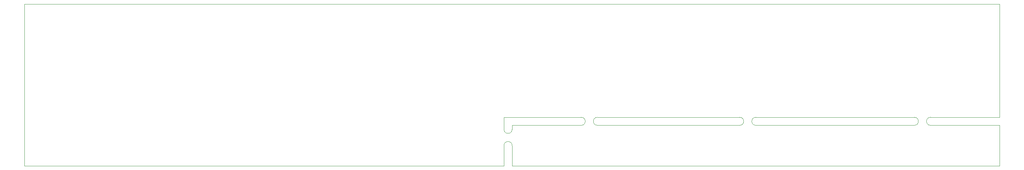
<source format=gbr>
%TF.GenerationSoftware,KiCad,Pcbnew,(6.0.1)*%
%TF.CreationDate,2022-01-22T16:32:06+01:00*%
%TF.ProjectId,MoBo and Touchbar,4d6f426f-2061-46e6-9420-546f75636862,rev?*%
%TF.SameCoordinates,Original*%
%TF.FileFunction,Profile,NP*%
%FSLAX46Y46*%
G04 Gerber Fmt 4.6, Leading zero omitted, Abs format (unit mm)*
G04 Created by KiCad (PCBNEW (6.0.1)) date 2022-01-22 16:32:06*
%MOMM*%
%LPD*%
G01*
G04 APERTURE LIST*
%TA.AperFunction,Profile*%
%ADD10C,0.050000*%
%TD*%
%TA.AperFunction,Profile*%
%ADD11C,0.100000*%
%TD*%
G04 APERTURE END LIST*
D10*
X180000000Y-30000000D02*
X219000000Y-30000000D01*
X137000000Y-28000000D02*
X118000000Y-28000000D01*
X240000000Y-30000000D02*
X223000000Y-30000000D01*
X120000000Y-40000000D02*
X120000000Y-35000000D01*
D11*
X240000000Y-28000000D02*
X240000000Y0D01*
D10*
X141000000Y-30000000D02*
X176000000Y-30000000D01*
D11*
X0Y-24000000D02*
X0Y-40000000D01*
D10*
X120000000Y-30000000D02*
X120000000Y-31000000D01*
D11*
X0Y-40000000D02*
X118000000Y-40000000D01*
X0Y0D02*
X240000000Y0D01*
D10*
X118000000Y-35000000D02*
X118000000Y-40000000D01*
X118000000Y-28000000D02*
X118000000Y-31000000D01*
X219000000Y-28000000D02*
X180000000Y-28000000D01*
X240000000Y-28000000D02*
X223000000Y-28000000D01*
D11*
X120000000Y-40000000D02*
X240000000Y-40000000D01*
D10*
X120000000Y-30000000D02*
X137000000Y-30000000D01*
D11*
X240000000Y-40000000D02*
X240000000Y-30000000D01*
D10*
X176000000Y-28000000D02*
X141000000Y-28000000D01*
D11*
X0Y-24000000D02*
X0Y0D01*
%TO.C,mouse-bite-2mm-slot*%
X141000000Y-28000000D02*
G75*
G03*
X141000000Y-30000000I0J-1000000D01*
G01*
X137000000Y-30000000D02*
G75*
G03*
X137000000Y-28000000I0J1000000D01*
G01*
X180000000Y-28000000D02*
G75*
G03*
X180000000Y-30000000I0J-1000000D01*
G01*
X176000000Y-30000000D02*
G75*
G03*
X176000000Y-28000000I0J1000000D01*
G01*
X223000000Y-28000000D02*
G75*
G03*
X223000000Y-30000000I0J-1000000D01*
G01*
X219000000Y-30000000D02*
G75*
G03*
X219000000Y-28000000I0J1000000D01*
G01*
X120000000Y-35000000D02*
G75*
G03*
X118000000Y-35000000I-1000000J0D01*
G01*
X118000000Y-31000000D02*
G75*
G03*
X120000000Y-31000000I1000000J0D01*
G01*
%TD*%
M02*

</source>
